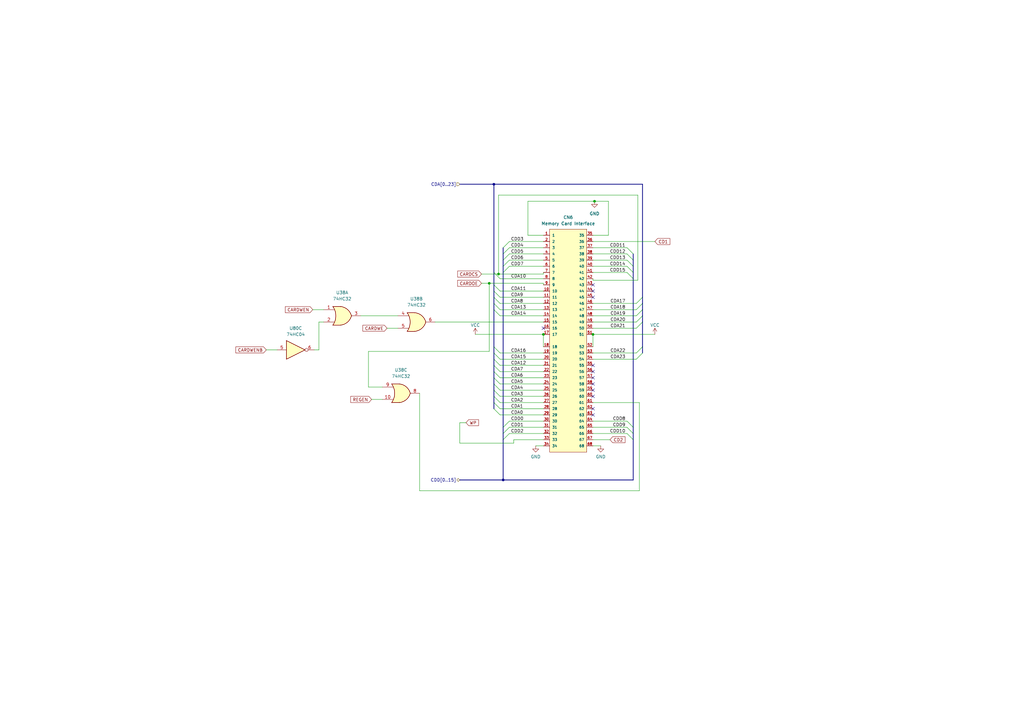
<source format=kicad_sch>
(kicad_sch (version 20230121) (generator eeschema)
  (paper "A3")
  (title_block (title "NeoGeo AES 3-5") (date "2024-01-06") (rev "BF1.4") (company "SNK") (comment 3 "https://github.com/Board-Folk") (comment 4 "Recreated By The Board Folk Team"))
  (lib_symbols
    (symbol "1_NeoGeoLibrary:5535653-1" (pin_names (offset 1.016))
      (property "Reference" "J" (at -7.6269 46.2701 0))
      (property "Value" "5535653-1" (at -7.6273 -48.3061 0))
      (symbol "5535653-1_0_0"
        (rectangle (start -7.62 -45.72) (end 7.62 45.72) (stroke (width 0.1524)) (fill (type background)))
        (pin passive line (at -10.16 43.18 0) (length 2.54) (name "1") (number "1"))
        (pin passive line (at -10.16 20.32 0) (length 2.54) (name "10") (number "10"))
        (pin passive line (at -10.16 17.78 0) (length 2.54) (name "11") (number "11"))
        (pin passive line (at -10.16 15.24 0) (length 2.54) (name "12") (number "12"))
        (pin passive line (at -10.16 12.7 0) (length 2.54) (name "13") (number "13"))
        (pin passive line (at -10.16 10.16 0) (length 2.54) (name "14") (number "14"))
        (pin passive line (at -10.16 7.62 0) (length 2.54) (name "15") (number "15"))
        (pin passive line (at -10.16 5.08 0) (length 2.54) (name "16") (number "16"))
        (pin passive line (at -10.16 2.54 0) (length 2.54) (name "17") (number "17"))
        (pin passive line (at -10.16 -2.54 0) (length 2.54) (name "18") (number "18"))
        (pin passive line (at -10.16 -5.08 0) (length 2.54) (name "19") (number "19"))
        (pin passive line (at -10.16 40.64 0) (length 2.54) (name "2") (number "2"))
        (pin passive line (at -10.16 -7.62 0) (length 2.54) (name "20") (number "20"))
        (pin passive line (at -10.16 -10.16 0) (length 2.54) (name "21") (number "21"))
        (pin passive line (at -10.16 -12.7 0) (length 2.54) (name "22") (number "22"))
        (pin passive line (at -10.16 -15.24 0) (length 2.54) (name "23") (number "23"))
        (pin passive line (at -10.16 -17.78 0) (length 2.54) (name "24") (number "24"))
        (pin passive line (at -10.16 -20.32 0) (length 2.54) (name "25") (number "25"))
        (pin passive line (at -10.16 -22.86 0) (length 2.54) (name "26") (number "26"))
        (pin passive line (at -10.16 -25.4 0) (length 2.54) (name "27") (number "27"))
        (pin passive line (at -10.16 -27.94 0) (length 2.54) (name "28") (number "28"))
        (pin passive line (at -10.16 -30.48 0) (length 2.54) (name "29") (number "29"))
        (pin passive line (at -10.16 38.1 0) (length 2.54) (name "3") (number "3"))
        (pin passive line (at -10.16 -33.02 0) (length 2.54) (name "30") (number "30"))
        (pin passive line (at -10.16 -35.56 0) (length 2.54) (name "31") (number "31"))
        (pin passive line (at -10.16 -38.1 0) (length 2.54) (name "32") (number "32"))
        (pin passive line (at -10.16 -40.64 0) (length 2.54) (name "33") (number "33"))
        (pin passive line (at -10.16 -43.18 0) (length 2.54) (name "34") (number "34"))
        (pin passive line (at 10.16 43.18 180) (length 2.54) (name "35") (number "35"))
        (pin passive line (at 10.16 40.64 180) (length 2.54) (name "36") (number "36"))
        (pin passive line (at 10.16 38.1 180) (length 2.54) (name "37") (number "37"))
        (pin passive line (at 10.16 35.56 180) (length 2.54) (name "38") (number "38"))
        (pin passive line (at 10.16 33.02 180) (length 2.54) (name "39") (number "39"))
        (pin passive line (at -10.16 35.56 0) (length 2.54) (name "4") (number "4"))
        (pin passive line (at 10.16 30.48 180) (length 2.54) (name "40") (number "40"))
        (pin passive line (at 10.16 27.94 180) (length 2.54) (name "41") (number "41"))
        (pin passive line (at 10.16 25.4 180) (length 2.54) (name "42") (number "42"))
        (pin passive line (at 10.16 22.86 180) (length 2.54) (name "43") (number "43"))
        (pin passive line (at 10.16 20.32 180) (length 2.54) (name "44") (number "44"))
        (pin passive line (at 10.16 17.78 180) (length 2.54) (name "45") (number "45"))
        (pin passive line (at 10.16 15.24 180) (length 2.54) (name "46") (number "46"))
        (pin passive line (at 10.16 12.7 180) (length 2.54) (name "47") (number "47"))
        (pin passive line (at 10.16 10.16 180) (length 2.54) (name "48") (number "48"))
        (pin passive line (at 10.16 7.62 180) (length 2.54) (name "49") (number "49"))
        (pin passive line (at -10.16 33.02 0) (length 2.54) (name "5") (number "5"))
        (pin passive line (at 10.16 5.08 180) (length 2.54) (name "50") (number "50"))
        (pin passive line (at 10.16 2.54 180) (length 2.54) (name "51") (number "51"))
        (pin passive line (at 10.16 -2.54 180) (length 2.54) (name "52") (number "52"))
        (pin passive line (at 10.16 -5.08 180) (length 2.54) (name "53") (number "53"))
        (pin passive line (at 10.16 -7.62 180) (length 2.54) (name "54") (number "54"))
        (pin passive line (at 10.16 -10.16 180) (length 2.54) (name "55") (number "55"))
        (pin passive line (at 10.16 -12.7 180) (length 2.54) (name "56") (number "56"))
        (pin passive line (at 10.16 -15.24 180) (length 2.54) (name "57") (number "57"))
        (pin passive line (at 10.16 -17.78 180) (length 2.54) (name "58") (number "58"))
        (pin passive line (at 10.16 -20.32 180) (length 2.54) (name "59") (number "59"))
        (pin passive line (at -10.16 30.48 0) (length 2.54) (name "6") (number "6"))
        (pin passive line (at 10.16 -22.86 180) (length 2.54) (name "60") (number "60"))
        (pin passive line (at 10.16 -25.4 180) (length 2.54) (name "61") (number "61"))
        (pin passive line (at 10.16 -27.94 180) (length 2.54) (name "62") (number "62"))
        (pin passive line (at 10.16 -30.48 180) (length 2.54) (name "63") (number "63"))
        (pin passive line (at 10.16 -33.02 180) (length 2.54) (name "64") (number "64"))
        (pin passive line (at 10.16 -35.56 180) (length 2.54) (name "65") (number "65"))
        (pin passive line (at 10.16 -38.1 180) (length 2.54) (name "66") (number "66"))
        (pin passive line (at 10.16 -40.64 180) (length 2.54) (name "67") (number "67"))
        (pin passive line (at 10.16 -43.18 180) (length 2.54) (name "68") (number "68"))
        (pin passive line (at -10.16 27.94 0) (length 2.54) (name "7") (number "7"))
        (pin passive line (at -10.16 25.4 0) (length 2.54) (name "8") (number "8"))
        (pin passive line (at -10.16 22.86 0) (length 2.54) (name "9") (number "9"))
      )
    )
    (symbol "74xx:74HC04"
      (property "Reference" "U" (at 0 1.27 0))
      (property "Value" "74HC04" (at 0 -1.27 0))
      (symbol "74HC04_1_0"
        (polyline (pts (xy -3.81 3.81) (xy -3.81 -3.81) (xy 3.81 0) (xy -3.81 3.81)) (stroke (width 0.254)) (fill (type background)))
        (pin input line (at -7.62 0 0) (length 3.81) (name "~") (number "1"))
        (pin output inverted (at 7.62 0 180) (length 3.81) (name "~") (number "2"))
      )
      (symbol "74HC04_2_0"
        (polyline (pts (xy -3.81 3.81) (xy -3.81 -3.81) (xy 3.81 0) (xy -3.81 3.81)) (stroke (width 0.254)) (fill (type background)))
        (pin input line (at -7.62 0 0) (length 3.81) (name "~") (number "3"))
        (pin output inverted (at 7.62 0 180) (length 3.81) (name "~") (number "4"))
      )
      (symbol "74HC04_3_0"
        (polyline (pts (xy -3.81 3.81) (xy -3.81 -3.81) (xy 3.81 0) (xy -3.81 3.81)) (stroke (width 0.254)) (fill (type background)))
        (pin input line (at -7.62 0 0) (length 3.81) (name "~") (number "5"))
        (pin output inverted (at 7.62 0 180) (length 3.81) (name "~") (number "6"))
      )
      (symbol "74HC04_4_0"
        (polyline (pts (xy -3.81 3.81) (xy -3.81 -3.81) (xy 3.81 0) (xy -3.81 3.81)) (stroke (width 0.254)) (fill (type background)))
        (pin output inverted (at 7.62 0 180) (length 3.81) (name "~") (number "8"))
        (pin input line (at -7.62 0 0) (length 3.81) (name "~") (number "9"))
      )
      (symbol "74HC04_5_0"
        (polyline (pts (xy -3.81 3.81) (xy -3.81 -3.81) (xy 3.81 0) (xy -3.81 3.81)) (stroke (width 0.254)) (fill (type background)))
        (pin output inverted (at 7.62 0 180) (length 3.81) (name "~") (number "10"))
        (pin input line (at -7.62 0 0) (length 3.81) (name "~") (number "11"))
      )
      (symbol "74HC04_6_0"
        (polyline (pts (xy -3.81 3.81) (xy -3.81 -3.81) (xy 3.81 0) (xy -3.81 3.81)) (stroke (width 0.254)) (fill (type background)))
        (pin output inverted (at 7.62 0 180) (length 3.81) (name "~") (number "12"))
        (pin input line (at -7.62 0 0) (length 3.81) (name "~") (number "13"))
      )
      (symbol "74HC04_7_0"
        (pin power_in line (at 0 12.7 270) (length 5.08) (name "VCC") (number "14"))
        (pin power_in line (at 0 -12.7 90) (length 5.08) (name "GND") (number "7"))
      )
      (symbol "74HC04_7_1"
        (rectangle (start -5.08 7.62) (end 5.08 -7.62) (stroke (width 0.254)) (fill (type background)))
      )
    )
    (symbol "74xx:74LS32" (pin_names (offset 1.016))
      (property "Reference" "U" (at 0 1.27 0))
      (property "Value" "74LS32" (at 0 -1.27 0))
      (symbol "74LS32_1_1"
        (arc (start -3.81 -3.81) (mid -2.589 0) (end -3.81 3.81) (stroke (width 0.254)))
        (arc (start -0.6096 -3.81) (mid 2.1842 -2.5851) (end 3.81 0) (stroke (width 0.254)) (fill (type background)))
        (polyline (pts (xy -3.81 -3.81) (xy -0.635 -3.81)) (stroke (width 0.254)) (fill (type background)))
        (polyline (pts (xy -3.81 3.81) (xy -0.635 3.81)) (stroke (width 0.254)) (fill (type background)))
        (polyline (pts (xy -0.635 3.81) (xy -3.81 3.81) (xy -3.81 3.81) (xy -3.556 3.4036) (xy -3.0226 2.2606) (xy -2.6924 1.0414) (xy -2.6162 -0.254) (xy -2.7686 -1.4986) (xy -3.175 -2.7178) (xy -3.81 -3.81) (xy -3.81 -3.81) (xy -0.635 -3.81)) (stroke (width -25.4)) (fill (type background)))
        (arc (start 3.81 0) (mid 2.1915 2.5936) (end -0.6096 3.81) (stroke (width 0.254)) (fill (type background)))
        (pin input line (at -7.62 2.54 0) (length 4.318) (name "~") (number "1"))
        (pin input line (at -7.62 -2.54 0) (length 4.318) (name "~") (number "2"))
        (pin output line (at 7.62 0 180) (length 3.81) (name "~") (number "3"))
      )
      (symbol "74LS32_1_2"
        (arc (start 0 -3.81) (mid 3.7934 0) (end 0 3.81) (stroke (width 0.254)) (fill (type background)))
        (polyline (pts (xy 0 3.81) (xy -3.81 3.81) (xy -3.81 -3.81) (xy 0 -3.81)) (stroke (width 0.254)) (fill (type background)))
        (pin input inverted (at -7.62 2.54 0) (length 3.81) (name "~") (number "1"))
        (pin input inverted (at -7.62 -2.54 0) (length 3.81) (name "~") (number "2"))
        (pin output inverted (at 7.62 0 180) (length 3.81) (name "~") (number "3"))
      )
      (symbol "74LS32_2_1"
        (arc (start -3.81 -3.81) (mid -2.589 0) (end -3.81 3.81) (stroke (width 0.254)))
        (arc (start -0.6096 -3.81) (mid 2.1842 -2.5851) (end 3.81 0) (stroke (width 0.254)) (fill (type background)))
        (polyline (pts (xy -3.81 -3.81) (xy -0.635 -3.81)) (stroke (width 0.254)) (fill (type background)))
        (polyline (pts (xy -3.81 3.81) (xy -0.635 3.81)) (stroke (width 0.254)) (fill (type background)))
        (polyline (pts (xy -0.635 3.81) (xy -3.81 3.81) (xy -3.81 3.81) (xy -3.556 3.4036) (xy -3.0226 2.2606) (xy -2.6924 1.0414) (xy -2.6162 -0.254) (xy -2.7686 -1.4986) (xy -3.175 -2.7178) (xy -3.81 -3.81) (xy -3.81 -3.81) (xy -0.635 -3.81)) (stroke (width -25.4)) (fill (type background)))
        (arc (start 3.81 0) (mid 2.1915 2.5936) (end -0.6096 3.81) (stroke (width 0.254)) (fill (type background)))
        (pin input line (at -7.62 2.54 0) (length 4.318) (name "~") (number "4"))
        (pin input line (at -7.62 -2.54 0) (length 4.318) (name "~") (number "5"))
        (pin output line (at 7.62 0 180) (length 3.81) (name "~") (number "6"))
      )
      (symbol "74LS32_2_2"
        (arc (start 0 -3.81) (mid 3.7934 0) (end 0 3.81) (stroke (width 0.254)) (fill (type background)))
        (polyline (pts (xy 0 3.81) (xy -3.81 3.81) (xy -3.81 -3.81) (xy 0 -3.81)) (stroke (width 0.254)) (fill (type background)))
        (pin input inverted (at -7.62 2.54 0) (length 3.81) (name "~") (number "4"))
        (pin input inverted (at -7.62 -2.54 0) (length 3.81) (name "~") (number "5"))
        (pin output inverted (at 7.62 0 180) (length 3.81) (name "~") (number "6"))
      )
      (symbol "74LS32_3_1"
        (arc (start -3.81 -3.81) (mid -2.589 0) (end -3.81 3.81) (stroke (width 0.254)))
        (arc (start -0.6096 -3.81) (mid 2.1842 -2.5851) (end 3.81 0) (stroke (width 0.254)) (fill (type background)))
        (polyline (pts (xy -3.81 -3.81) (xy -0.635 -3.81)) (stroke (width 0.254)) (fill (type background)))
        (polyline (pts (xy -3.81 3.81) (xy -0.635 3.81)) (stroke (width 0.254)) (fill (type background)))
        (polyline (pts (xy -0.635 3.81) (xy -3.81 3.81) (xy -3.81 3.81) (xy -3.556 3.4036) (xy -3.0226 2.2606) (xy -2.6924 1.0414) (xy -2.6162 -0.254) (xy -2.7686 -1.4986) (xy -3.175 -2.7178) (xy -3.81 -3.81) (xy -3.81 -3.81) (xy -0.635 -3.81)) (stroke (width -25.4)) (fill (type background)))
        (arc (start 3.81 0) (mid 2.1915 2.5936) (end -0.6096 3.81) (stroke (width 0.254)) (fill (type background)))
        (pin input line (at -7.62 -2.54 0) (length 4.318) (name "~") (number "10"))
        (pin output line (at 7.62 0 180) (length 3.81) (name "~") (number "8"))
        (pin input line (at -7.62 2.54 0) (length 4.318) (name "~") (number "9"))
      )
      (symbol "74LS32_3_2"
        (arc (start 0 -3.81) (mid 3.7934 0) (end 0 3.81) (stroke (width 0.254)) (fill (type background)))
        (polyline (pts (xy 0 3.81) (xy -3.81 3.81) (xy -3.81 -3.81) (xy 0 -3.81)) (stroke (width 0.254)) (fill (type background)))
        (pin input inverted (at -7.62 -2.54 0) (length 3.81) (name "~") (number "10"))
        (pin output inverted (at 7.62 0 180) (length 3.81) (name "~") (number "8"))
        (pin input inverted (at -7.62 2.54 0) (length 3.81) (name "~") (number "9"))
      )
      (symbol "74LS32_4_1"
        (arc (start -3.81 -3.81) (mid -2.589 0) (end -3.81 3.81) (stroke (width 0.254)))
        (arc (start -0.6096 -3.81) (mid 2.1842 -2.5851) (end 3.81 0) (stroke (width 0.254)) (fill (type background)))
        (polyline (pts (xy -3.81 -3.81) (xy -0.635 -3.81)) (stroke (width 0.254)) (fill (type background)))
        (polyline (pts (xy -3.81 3.81) (xy -0.635 3.81)) (stroke (width 0.254)) (fill (type background)))
        (polyline (pts (xy -0.635 3.81) (xy -3.81 3.81) (xy -3.81 3.81) (xy -3.556 3.4036) (xy -3.0226 2.2606) (xy -2.6924 1.0414) (xy -2.6162 -0.254) (xy -2.7686 -1.4986) (xy -3.175 -2.7178) (xy -3.81 -3.81) (xy -3.81 -3.81) (xy -0.635 -3.81)) (stroke (width -25.4)) (fill (type background)))
        (arc (start 3.81 0) (mid 2.1915 2.5936) (end -0.6096 3.81) (stroke (width 0.254)) (fill (type background)))
        (pin output line (at 7.62 0 180) (length 3.81) (name "~") (number "11"))
        (pin input line (at -7.62 2.54 0) (length 4.318) (name "~") (number "12"))
        (pin input line (at -7.62 -2.54 0) (length 4.318) (name "~") (number "13"))
      )
      (symbol "74LS32_4_2"
        (arc (start 0 -3.81) (mid 3.7934 0) (end 0 3.81) (stroke (width 0.254)) (fill (type background)))
        (polyline (pts (xy 0 3.81) (xy -3.81 3.81) (xy -3.81 -3.81) (xy 0 -3.81)) (stroke (width 0.254)) (fill (type background)))
        (pin output inverted (at 7.62 0 180) (length 3.81) (name "~") (number "11"))
        (pin input inverted (at -7.62 2.54 0) (length 3.81) (name "~") (number "12"))
        (pin input inverted (at -7.62 -2.54 0) (length 3.81) (name "~") (number "13"))
      )
      (symbol "74LS32_5_0"
        (pin power_in line (at 0 12.7 270) (length 5.08) (name "VCC") (number "14"))
        (pin power_in line (at 0 -12.7 90) (length 5.08) (name "GND") (number "7"))
      )
      (symbol "74LS32_5_1"
        (rectangle (start -5.08 7.62) (end 5.08 -7.62) (stroke (width 0.254)) (fill (type background)))
      )
    )
    (symbol "power:GND" (power) (pin_names (offset 0))
      (property "Value" "GND" (at 0 -3.81 0))
      (symbol "GND_0_1"
        (polyline (pts (xy 0 0) (xy 0 -1.27) (xy 1.27 -1.27) (xy 0 -2.54) (xy -1.27 -1.27) (xy 0 -1.27)))
      )
      (symbol "GND_1_1"
        (pin power_in line (at 0 0 270) (length 0) hide (name "GND") (number "1"))
      )
    )
    (symbol "power:VCC" (power) (pin_names (offset 0))
      (property "Value" "VCC" (at 0 3.81 0))
      (symbol "VCC_0_1"
        (polyline (pts (xy -0.762 1.27) (xy 0 2.54)))
        (polyline (pts (xy 0 0) (xy 0 2.54)))
        (polyline (pts (xy 0 2.54) (xy 0.762 1.27)))
      )
      (symbol "VCC_1_1"
        (pin power_in line (at 0 0 90) (length 0) hide (name "VCC") (number "1"))
      )
    )
  )
  (junction (at 202.565 75.565))
  (junction (at 243.205 137.16))
  (junction (at 222.885 137.16))
  (junction (at 243.84 82.55))
  (junction (at 206.375 196.85))
  (junction (at 200.66 116.205))
  (junction (at 204.47 112.395))
  (no_connect (at 243.205 116.84))
  (no_connect (at 243.205 119.38))
  (no_connect (at 243.205 121.92))
  (no_connect (at 243.205 149.86))
  (no_connect (at 243.205 162.56))
  (no_connect (at 243.205 160.02))
  (no_connect (at 243.205 157.48))
  (no_connect (at 243.205 170.18))
  (no_connect (at 243.205 167.64))
  (no_connect (at 243.205 152.4))
  (no_connect (at 243.205 154.94))
  (no_connect (at 222.885 134.62))
  (bus_entry (at 205.105 167.64) (size -2.54 -2.54))
  (bus_entry (at 260.985 134.62) (size 2.54 -2.54))
  (bus_entry (at 205.105 114.3) (size -2.54 -2.54))
  (bus_entry (at 205.105 147.32) (size -2.54 -2.54))
  (bus_entry (at 208.915 109.22) (size -2.54 2.54))
  (bus_entry (at 257.175 106.68) (size 2.54 2.54))
  (bus_entry (at 260.985 127) (size 2.54 -2.54))
  (bus_entry (at 260.985 129.54) (size 2.54 -2.54))
  (bus_entry (at 257.175 172.72) (size 2.54 2.54))
  (bus_entry (at 260.985 124.46) (size 2.54 -2.54))
  (bus_entry (at 205.105 152.4) (size -2.54 -2.54))
  (bus_entry (at 260.985 132.08) (size 2.54 -2.54))
  (bus_entry (at 257.175 104.14) (size 2.54 2.54))
  (bus_entry (at 208.915 104.14) (size -2.54 2.54))
  (bus_entry (at 205.105 157.48) (size -2.54 -2.54))
  (bus_entry (at 257.175 175.26) (size 2.54 2.54))
  (bus_entry (at 208.915 177.8) (size -2.54 2.54))
  (bus_entry (at 257.175 177.8) (size 2.54 2.54))
  (bus_entry (at 260.985 147.32) (size 2.54 -2.54))
  (bus_entry (at 205.105 119.38) (size -2.54 -2.54))
  (bus_entry (at 260.985 144.78) (size 2.54 -2.54))
  (bus_entry (at 208.915 172.72) (size -2.54 2.54))
  (bus_entry (at 208.915 101.6) (size -2.54 2.54))
  (bus_entry (at 205.105 165.1) (size -2.54 -2.54))
  (bus_entry (at 257.175 109.22) (size 2.54 2.54))
  (bus_entry (at 205.105 154.94) (size -2.54 -2.54))
  (bus_entry (at 208.915 99.06) (size -2.54 2.54))
  (bus_entry (at 205.105 124.46) (size -2.54 -2.54))
  (bus_entry (at 205.105 170.18) (size -2.54 -2.54))
  (bus_entry (at 257.175 101.6) (size 2.54 2.54))
  (bus_entry (at 205.105 149.86) (size -2.54 -2.54))
  (bus_entry (at 208.915 175.26) (size -2.54 2.54))
  (bus_entry (at 205.105 162.56) (size -2.54 -2.54))
  (bus_entry (at 208.915 106.68) (size -2.54 2.54))
  (bus_entry (at 257.175 111.76) (size 2.54 2.54))
  (bus_entry (at 205.105 127) (size -2.54 -2.54))
  (bus_entry (at 205.105 160.02) (size -2.54 -2.54))
  (bus_entry (at 205.105 121.92) (size -2.54 -2.54))
  (bus_entry (at 205.105 129.54) (size -2.54 -2.54))
  (bus_entry (at 205.105 144.78) (size -2.54 -2.54))
  (bus (pts (xy 202.565 157.48) (xy 202.565 154.94)))
  (wire (pts (xy 151.13 158.75) (xy 151.13 144.145)))
  (wire (pts (xy 216.535 82.55) (xy 243.84 82.55)))
  (wire (pts (xy 262.255 201.295) (xy 172.085 201.295)))
  (wire (pts (xy 197.485 112.395) (xy 204.47 112.395)))
  (wire (pts (xy 222.885 157.48) (xy 205.105 157.48)))
  (wire (pts (xy 197.485 116.205) (xy 200.66 116.205)))
  (wire (pts (xy 257.175 111.76) (xy 243.205 111.76)))
  (wire (pts (xy 257.175 101.6) (xy 243.205 101.6)))
  (wire (pts (xy 243.205 129.54) (xy 260.985 129.54)))
  (wire (pts (xy 261.62 80.01) (xy 204.47 80.01)))
  (wire (pts (xy 200.66 116.205) (xy 222.885 116.205)))
  (bus (pts (xy 259.715 180.34) (xy 259.715 196.85)))
  (wire (pts (xy 243.205 165.1) (xy 262.255 165.1)))
  (wire (pts (xy 222.885 152.4) (xy 205.105 152.4)))
  (wire (pts (xy 222.885 160.02) (xy 205.105 160.02)))
  (wire (pts (xy 132.715 132.08) (xy 130.81 132.08)))
  (wire (pts (xy 208.915 106.68) (xy 222.885 106.68)))
  (wire (pts (xy 222.885 182.88) (xy 219.71 182.88)))
  (wire (pts (xy 257.175 104.14) (xy 243.205 104.14)))
  (bus (pts (xy 259.715 177.8) (xy 259.715 180.34)))
  (wire (pts (xy 208.915 109.22) (xy 222.885 109.22)))
  (bus (pts (xy 202.565 116.84) (xy 202.565 111.76)))
  (wire (pts (xy 204.47 112.395) (xy 222.885 112.395)))
  (wire (pts (xy 222.885 149.86) (xy 205.105 149.86)))
  (wire (pts (xy 222.885 124.46) (xy 205.105 124.46)))
  (bus (pts (xy 202.565 121.92) (xy 202.565 119.38)))
  (wire (pts (xy 188.595 173.355) (xy 188.595 181.737)))
  (bus (pts (xy 263.525 132.08) (xy 263.525 142.24)))
  (wire (pts (xy 222.885 121.92) (xy 205.105 121.92)))
  (wire (pts (xy 243.205 114.935) (xy 261.62 114.935)))
  (wire (pts (xy 208.915 104.14) (xy 222.885 104.14)))
  (wire (pts (xy 222.885 180.34) (xy 210.693 180.34)))
  (wire (pts (xy 216.535 82.55) (xy 216.535 96.52)))
  (wire (pts (xy 243.205 137.16) (xy 243.205 142.24)))
  (wire (pts (xy 222.885 96.52) (xy 216.535 96.52)))
  (bus (pts (xy 202.565 75.565) (xy 263.525 75.565)))
  (wire (pts (xy 210.693 180.34) (xy 210.693 181.737)))
  (bus (pts (xy 202.565 162.56) (xy 202.565 160.02)))
  (wire (pts (xy 109.22 143.51) (xy 113.665 143.51)))
  (wire (pts (xy 147.955 129.54) (xy 163.195 129.54)))
  (wire (pts (xy 257.175 175.26) (xy 243.205 175.26)))
  (wire (pts (xy 222.885 162.56) (xy 205.105 162.56)))
  (wire (pts (xy 257.175 106.68) (xy 243.205 106.68)))
  (wire (pts (xy 210.693 181.737) (xy 188.595 181.737)))
  (wire (pts (xy 222.885 127) (xy 205.105 127)))
  (wire (pts (xy 222.885 170.18) (xy 205.105 170.18)))
  (wire (pts (xy 249.555 82.55) (xy 249.555 96.52)))
  (bus (pts (xy 206.375 104.14) (xy 206.375 106.68)))
  (bus (pts (xy 202.565 165.1) (xy 202.565 162.56)))
  (bus (pts (xy 263.525 75.565) (xy 263.525 121.92)))
  (bus (pts (xy 206.375 111.76) (xy 206.375 175.26)))
  (wire (pts (xy 222.885 147.32) (xy 205.105 147.32)))
  (wire (pts (xy 130.81 143.51) (xy 128.905 143.51)))
  (wire (pts (xy 208.915 175.26) (xy 222.885 175.26)))
  (bus (pts (xy 202.565 160.02) (xy 202.565 157.48)))
  (wire (pts (xy 262.255 165.1) (xy 262.255 201.295)))
  (bus (pts (xy 202.565 124.46) (xy 202.565 121.92)))
  (wire (pts (xy 243.205 134.62) (xy 260.985 134.62)))
  (wire (pts (xy 257.175 172.72) (xy 243.205 172.72)))
  (wire (pts (xy 243.205 114.3) (xy 243.205 114.935)))
  (bus (pts (xy 202.565 149.86) (xy 202.565 147.32)))
  (bus (pts (xy 263.525 124.46) (xy 263.525 127)))
  (bus (pts (xy 202.565 119.38) (xy 202.565 116.84)))
  (wire (pts (xy 208.915 99.06) (xy 222.885 99.06)))
  (bus (pts (xy 259.715 104.14) (xy 259.715 106.68)))
  (wire (pts (xy 222.885 137.16) (xy 194.945 137.16)))
  (wire (pts (xy 191.135 173.355) (xy 188.595 173.355)))
  (wire (pts (xy 222.885 111.76) (xy 222.885 112.395)))
  (bus (pts (xy 202.565 142.24) (xy 202.565 127)))
  (wire (pts (xy 243.205 180.34) (xy 250.19 180.34)))
  (bus (pts (xy 206.375 109.22) (xy 206.375 111.76)))
  (bus (pts (xy 259.715 114.3) (xy 259.715 175.26)))
  (wire (pts (xy 172.085 161.29) (xy 172.085 201.295)))
  (wire (pts (xy 243.205 147.32) (xy 260.985 147.32)))
  (wire (pts (xy 130.81 132.08) (xy 130.81 143.51)))
  (wire (pts (xy 204.47 80.01) (xy 204.47 112.395)))
  (wire (pts (xy 243.205 124.46) (xy 260.985 124.46)))
  (bus (pts (xy 263.525 127) (xy 263.525 129.54)))
  (bus (pts (xy 263.525 121.92) (xy 263.525 124.46)))
  (wire (pts (xy 222.885 144.78) (xy 205.105 144.78)))
  (bus (pts (xy 202.565 127) (xy 202.565 124.46)))
  (bus (pts (xy 259.715 111.76) (xy 259.715 114.3)))
  (bus (pts (xy 188.595 196.85) (xy 206.375 196.85)))
  (bus (pts (xy 259.715 106.68) (xy 259.715 109.22)))
  (bus (pts (xy 202.565 167.64) (xy 202.565 165.1)))
  (wire (pts (xy 261.62 114.935) (xy 261.62 80.01)))
  (wire (pts (xy 178.435 132.08) (xy 222.885 132.08)))
  (wire (pts (xy 128.27 127) (xy 132.715 127)))
  (wire (pts (xy 222.885 129.54) (xy 205.105 129.54)))
  (wire (pts (xy 208.915 101.6) (xy 222.885 101.6)))
  (bus (pts (xy 263.525 142.24) (xy 263.525 144.78)))
  (bus (pts (xy 206.375 196.85) (xy 259.715 196.85)))
  (wire (pts (xy 222.885 165.1) (xy 205.105 165.1)))
  (bus (pts (xy 202.565 152.4) (xy 202.565 149.86)))
  (wire (pts (xy 152.4 163.83) (xy 156.845 163.83)))
  (wire (pts (xy 243.205 132.08) (xy 260.985 132.08)))
  (bus (pts (xy 206.375 177.8) (xy 206.375 180.34)))
  (wire (pts (xy 243.205 96.52) (xy 249.555 96.52)))
  (wire (pts (xy 243.205 144.78) (xy 260.985 144.78)))
  (bus (pts (xy 206.375 106.68) (xy 206.375 109.22)))
  (wire (pts (xy 243.205 99.06) (xy 268.605 99.06)))
  (wire (pts (xy 222.885 137.16) (xy 222.885 142.24)))
  (wire (pts (xy 257.175 177.8) (xy 243.205 177.8)))
  (bus (pts (xy 206.375 180.34) (xy 206.375 196.85)))
  (wire (pts (xy 243.84 82.55) (xy 249.555 82.55)))
  (bus (pts (xy 259.715 109.22) (xy 259.715 111.76)))
  (wire (pts (xy 222.885 114.3) (xy 205.105 114.3)))
  (bus (pts (xy 188.595 75.565) (xy 202.565 75.565)))
  (wire (pts (xy 151.13 144.145) (xy 200.66 144.145)))
  (wire (pts (xy 156.845 158.75) (xy 151.13 158.75)))
  (wire (pts (xy 208.915 177.8) (xy 222.885 177.8)))
  (wire (pts (xy 200.66 144.145) (xy 200.66 116.205)))
  (bus (pts (xy 206.375 101.6) (xy 206.375 104.14)))
  (wire (pts (xy 222.885 154.94) (xy 205.105 154.94)))
  (wire (pts (xy 222.885 119.38) (xy 205.105 119.38)))
  (wire (pts (xy 243.205 127) (xy 260.985 127)))
  (bus (pts (xy 206.375 175.26) (xy 206.375 177.8)))
  (wire (pts (xy 243.205 137.16) (xy 268.605 137.16)))
  (bus (pts (xy 202.565 147.32) (xy 202.565 144.78)))
  (wire (pts (xy 208.915 172.72) (xy 222.885 172.72)))
  (wire (pts (xy 243.205 182.88) (xy 246.38 182.88)))
  (wire (pts (xy 222.885 116.84) (xy 222.885 116.205)))
  (bus (pts (xy 259.715 175.26) (xy 259.715 177.8)))
  (bus (pts (xy 202.565 144.78) (xy 202.565 142.24)))
  (bus (pts (xy 263.525 129.54) (xy 263.525 132.08)))
  (wire (pts (xy 257.175 109.22) (xy 243.205 109.22)))
  (wire (pts (xy 158.75 134.62) (xy 163.195 134.62)))
  (bus (pts (xy 202.565 111.76) (xy 202.565 75.565)))
  (wire (pts (xy 222.885 167.64) (xy 205.105 167.64)))
  (bus (pts (xy 202.565 154.94) (xy 202.565 152.4)))
  (label "CDA10" (at 209.55 114.3 0))
  (label "CDA7" (at 209.55 152.4 0))
  (label "CDA19" (at 256.54 129.54 180))
  (label "CDD5" (at 209.55 104.14 0))
  (label "CDD12" (at 256.54 104.14 180))
  (label "CDD8" (at 256.54 172.72 180))
  (label "CDD6" (at 209.55 106.68 0))
  (label "CDA3" (at 209.55 162.56 0))
  (label "CDD4" (at 209.55 101.6 0))
  (label "CDA23" (at 256.54 147.32 180))
  (label "CDA18" (at 256.54 127 180))
  (label "CDA13" (at 209.55 127 0))
  (label "CDA11" (at 209.55 119.38 0))
  (label "CDA6" (at 209.55 154.94 0))
  (label "CDA2" (at 209.55 165.1 0))
  (label "CDA0" (at 209.55 170.18 0))
  (label "CDD2" (at 209.55 177.8 0))
  (label "CDA9" (at 209.55 121.92 0))
  (label "CDD7" (at 209.55 109.22 0))
  (label "CDD1" (at 209.55 175.26 0))
  (label "CDA15" (at 209.55 147.32 0))
  (label "CDA20" (at 256.54 132.08 180))
  (label "CDD14" (at 256.54 109.22 180))
  (label "CDA22" (at 256.54 144.78 180))
  (label "CDA16" (at 209.55 144.78 0))
  (label "CDD11" (at 256.54 101.6 180))
  (label "CDD0" (at 209.55 172.72 0))
  (label "CDA14" (at 209.55 129.54 0))
  (label "CDA12" (at 209.55 149.86 0))
  (label "CDD10" (at 256.54 177.8 180))
  (label "CDA21" (at 256.54 134.62 180))
  (label "CDA8" (at 209.55 124.46 0))
  (label "CDA5" (at 209.55 157.48 0))
  (label "CDA1" (at 209.55 167.64 0))
  (label "CDD9" (at 256.54 175.26 180))
  (label "CDD13" (at 256.54 106.68 180))
  (label "CDD3" (at 209.55 99.06 0))
  (label "CDD15" (at 256.54 111.76 180))
  (label "CDA4" (at 209.55 160.02 0))
  (label "CDA17" (at 256.54 124.46 180))
  (global_label "CARDCS" (shape input) (at 197.485 112.395 180) (property "Intersheetrefs" "${INTERSHEET_REFS}" (effects hide)))
  (global_label "CARDWE" (shape input) (at 158.75 134.62 180) (property "Intersheetrefs" "${INTERSHEET_REFS}" (effects hide)))
  (global_label "CD2" (shape input) (at 250.19 180.34 0) (property "Intersheetrefs" "${INTERSHEET_REFS}" (effects hide)))
  (global_label "REGEN" (shape input) (at 152.4 163.83 180) (property "Intersheetrefs" "${INTERSHEET_REFS}" (effects hide)))
  (global_label "CARDWENB" (shape input) (at 109.22 143.51 180) (property "Intersheetrefs" "${INTERSHEET_REFS}" (effects hide)))
  (global_label "WP" (shape input) (at 191.135 173.355 0) (property "Intersheetrefs" "${INTERSHEET_REFS}" (effects hide)))
  (global_label "CARDWEN" (shape input) (at 128.27 127 180) (property "Intersheetrefs" "${INTERSHEET_REFS}" (effects hide)))
  (global_label "CARDOE" (shape input) (at 197.485 116.205 180) (property "Intersheetrefs" "${INTERSHEET_REFS}" (effects hide)))
  (global_label "CD1" (shape input) (at 268.605 99.06 0) (property "Intersheetrefs" "${INTERSHEET_REFS}" (effects hide)))
  (hierarchical_label "CDA[0..23]" (shape input) (at 188.595 75.565 180))
  (hierarchical_label "CDD[0..15]" (shape bidirectional) (at 188.595 196.85 180))
  (symbol (lib_id "power:VCC") (at 194.945 137.16 0) (mirror y) (unit 1)
    (property "Reference" "#PWR0240" (effects hide))
    (property "Value" "VCC" (at 194.945 133.35 0))
  )
  (symbol (lib_id "74xx:74LS32") (at 140.335 129.54 0) (unit 1)
    (property "Reference" "U38" (at 140.335 120.015 0))
    (property "Value" "74HC32" (at 140.335 122.555 0))
    (property "Footprint" "1_NeoGeoLibrary:DIP-14_W7.62mm" (effects hide))
    (property "Mouser" "595-SN74HC32N" (effects hide))
  )
  (symbol (lib_id "power:GND") (at 243.84 82.55 0) (unit 1)
    (property "Reference" "#PWR0237" (effects hide))
    (property "Value" "GND" (at 243.84 87.63 0))
  )
  (symbol (lib_id "power:GND") (at 246.38 182.88 0) (unit 1)
    (property "Reference" "#PWR0238" (effects hide))
    (property "Value" "GND" (at 246.38 187.325 0))
  )
  (symbol (lib_id "1_NeoGeoLibrary:5535653-1") (at 233.045 139.7 0) (unit 1)
    (property "Reference" "CN6" (at 233.045 89.154 0))
    (property "Value" "Memory Card Interface" (at 233.045 91.694 0))
    (property "Footprint" "1_NeoGeoLibrary:CN6" (effects hide))
    (property "Comment" "Use Original" (effects hide))
  )
  (symbol (lib_id "74xx:74LS32") (at 164.465 161.29 0) (unit 3)
    (property "Reference" "U38" (at 164.465 151.765 0))
    (property "Value" "74HC32" (at 164.465 154.305 0))
    (property "Footprint" "1_NeoGeoLibrary:DIP-14_W7.62mm" (effects hide))
    (property "Mouser" "595-SN74HC32N" (effects hide))
  )
  (symbol (lib_id "74xx:74HC04") (at 121.285 143.51 0) (unit 3)
    (property "Reference" "U80" (at 121.285 134.62 0))
    (property "Value" "74HC04" (at 121.285 137.16 0))
    (property "Footprint" "1_NeoGeoLibrary:DIP-14_W7.62mm" (effects hide))
    (property "Mouser" "595-SN74HC04N" (effects hide))
  )
  (symbol (lib_id "power:VCC") (at 268.605 137.16 0) (unit 1)
    (property "Reference" "#PWR0236" (effects hide))
    (property "Value" "VCC" (at 268.605 133.35 0))
  )
  (symbol (lib_id "power:GND") (at 219.71 182.88 0) (mirror y) (unit 1)
    (property "Reference" "#PWR0239" (effects hide))
    (property "Value" "GND" (at 219.71 187.325 0))
  )
  (symbol (lib_id "74xx:74LS32") (at 170.815 132.08 0) (unit 2)
    (property "Reference" "U38" (at 170.815 122.555 0))
    (property "Value" "74HC32" (at 170.815 125.095 0))
    (property "Footprint" "1_NeoGeoLibrary:DIP-14_W7.62mm" (effects hide))
    (property "Mouser" "595-SN74HC32N" (effects hide))
  )
)
</source>
